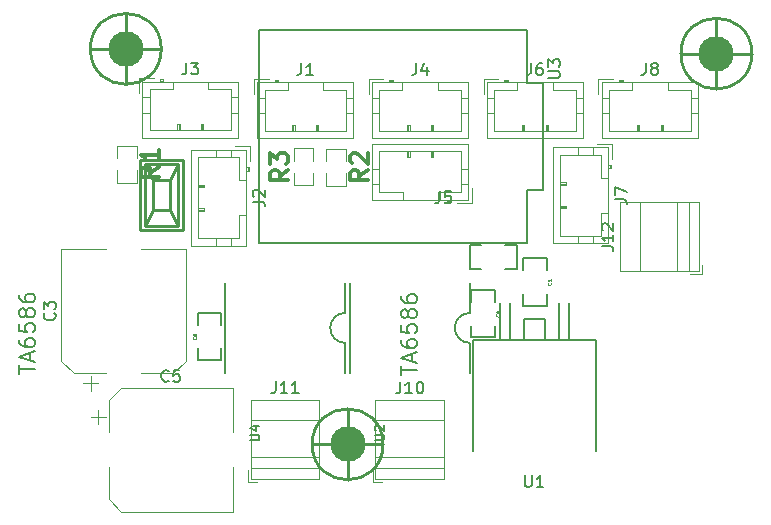
<source format=gbr>
%TF.GenerationSoftware,KiCad,Pcbnew,8.0.3*%
%TF.CreationDate,2025-04-18T12:15:05-03:00*%
%TF.ProjectId,mini,6d696e69-2e6b-4696-9361-645f70636258,rev?*%
%TF.SameCoordinates,Original*%
%TF.FileFunction,Legend,Top*%
%TF.FilePolarity,Positive*%
%FSLAX46Y46*%
G04 Gerber Fmt 4.6, Leading zero omitted, Abs format (unit mm)*
G04 Created by KiCad (PCBNEW 8.0.3) date 2025-04-18 12:15:05*
%MOMM*%
%LPD*%
G01*
G04 APERTURE LIST*
%ADD10C,0.150000*%
%ADD11C,0.300000*%
%ADD12C,0.060960*%
%ADD13C,0.120000*%
%ADD14C,0.099060*%
%ADD15C,0.254000*%
%ADD16C,0.127000*%
%ADD17C,0.152400*%
%ADD18C,3.000000*%
G04 APERTURE END LIST*
D10*
X168474819Y-51924523D02*
X169189104Y-51924523D01*
X169189104Y-51924523D02*
X169331961Y-51972142D01*
X169331961Y-51972142D02*
X169427200Y-52067380D01*
X169427200Y-52067380D02*
X169474819Y-52210237D01*
X169474819Y-52210237D02*
X169474819Y-52305475D01*
X169474819Y-50924523D02*
X169474819Y-51495951D01*
X169474819Y-51210237D02*
X168474819Y-51210237D01*
X168474819Y-51210237D02*
X168617676Y-51305475D01*
X168617676Y-51305475D02*
X168712914Y-51400713D01*
X168712914Y-51400713D02*
X168760533Y-51495951D01*
X168570057Y-50543570D02*
X168522438Y-50495951D01*
X168522438Y-50495951D02*
X168474819Y-50400713D01*
X168474819Y-50400713D02*
X168474819Y-50162618D01*
X168474819Y-50162618D02*
X168522438Y-50067380D01*
X168522438Y-50067380D02*
X168570057Y-50019761D01*
X168570057Y-50019761D02*
X168665295Y-49972142D01*
X168665295Y-49972142D02*
X168760533Y-49972142D01*
X168760533Y-49972142D02*
X168903390Y-50019761D01*
X168903390Y-50019761D02*
X169474819Y-50591189D01*
X169474819Y-50591189D02*
X169474819Y-49972142D01*
X161990595Y-71289819D02*
X161990595Y-72099342D01*
X161990595Y-72099342D02*
X162038214Y-72194580D01*
X162038214Y-72194580D02*
X162085833Y-72242200D01*
X162085833Y-72242200D02*
X162181071Y-72289819D01*
X162181071Y-72289819D02*
X162371547Y-72289819D01*
X162371547Y-72289819D02*
X162466785Y-72242200D01*
X162466785Y-72242200D02*
X162514404Y-72194580D01*
X162514404Y-72194580D02*
X162562023Y-72099342D01*
X162562023Y-72099342D02*
X162562023Y-71289819D01*
X163562023Y-72289819D02*
X162990595Y-72289819D01*
X163276309Y-72289819D02*
X163276309Y-71289819D01*
X163276309Y-71289819D02*
X163181071Y-71432676D01*
X163181071Y-71432676D02*
X163085833Y-71527914D01*
X163085833Y-71527914D02*
X162990595Y-71575533D01*
X122159580Y-57566666D02*
X122207200Y-57614285D01*
X122207200Y-57614285D02*
X122254819Y-57757142D01*
X122254819Y-57757142D02*
X122254819Y-57852380D01*
X122254819Y-57852380D02*
X122207200Y-57995237D01*
X122207200Y-57995237D02*
X122111961Y-58090475D01*
X122111961Y-58090475D02*
X122016723Y-58138094D01*
X122016723Y-58138094D02*
X121826247Y-58185713D01*
X121826247Y-58185713D02*
X121683390Y-58185713D01*
X121683390Y-58185713D02*
X121492914Y-58138094D01*
X121492914Y-58138094D02*
X121397676Y-58090475D01*
X121397676Y-58090475D02*
X121302438Y-57995237D01*
X121302438Y-57995237D02*
X121254819Y-57852380D01*
X121254819Y-57852380D02*
X121254819Y-57757142D01*
X121254819Y-57757142D02*
X121302438Y-57614285D01*
X121302438Y-57614285D02*
X121350057Y-57566666D01*
X121254819Y-57233332D02*
X121254819Y-56614285D01*
X121254819Y-56614285D02*
X121635771Y-56947618D01*
X121635771Y-56947618D02*
X121635771Y-56804761D01*
X121635771Y-56804761D02*
X121683390Y-56709523D01*
X121683390Y-56709523D02*
X121731009Y-56661904D01*
X121731009Y-56661904D02*
X121826247Y-56614285D01*
X121826247Y-56614285D02*
X122064342Y-56614285D01*
X122064342Y-56614285D02*
X122159580Y-56661904D01*
X122159580Y-56661904D02*
X122207200Y-56709523D01*
X122207200Y-56709523D02*
X122254819Y-56804761D01*
X122254819Y-56804761D02*
X122254819Y-57090475D01*
X122254819Y-57090475D02*
X122207200Y-57185713D01*
X122207200Y-57185713D02*
X122159580Y-57233332D01*
X152786666Y-36404819D02*
X152786666Y-37119104D01*
X152786666Y-37119104D02*
X152739047Y-37261961D01*
X152739047Y-37261961D02*
X152643809Y-37357200D01*
X152643809Y-37357200D02*
X152500952Y-37404819D01*
X152500952Y-37404819D02*
X152405714Y-37404819D01*
X153691428Y-36738152D02*
X153691428Y-37404819D01*
X153453333Y-36357200D02*
X153215238Y-37071485D01*
X153215238Y-37071485D02*
X153834285Y-37071485D01*
D11*
X141928298Y-45449999D02*
X141214012Y-45949999D01*
X141928298Y-46307142D02*
X140428298Y-46307142D01*
X140428298Y-46307142D02*
X140428298Y-45735713D01*
X140428298Y-45735713D02*
X140499727Y-45592856D01*
X140499727Y-45592856D02*
X140571155Y-45521427D01*
X140571155Y-45521427D02*
X140714012Y-45449999D01*
X140714012Y-45449999D02*
X140928298Y-45449999D01*
X140928298Y-45449999D02*
X141071155Y-45521427D01*
X141071155Y-45521427D02*
X141142584Y-45592856D01*
X141142584Y-45592856D02*
X141214012Y-45735713D01*
X141214012Y-45735713D02*
X141214012Y-46307142D01*
X140428298Y-44949999D02*
X140428298Y-44021427D01*
X140428298Y-44021427D02*
X140999727Y-44521427D01*
X140999727Y-44521427D02*
X140999727Y-44307142D01*
X140999727Y-44307142D02*
X141071155Y-44164285D01*
X141071155Y-44164285D02*
X141142584Y-44092856D01*
X141142584Y-44092856D02*
X141285441Y-44021427D01*
X141285441Y-44021427D02*
X141642584Y-44021427D01*
X141642584Y-44021427D02*
X141785441Y-44092856D01*
X141785441Y-44092856D02*
X141856870Y-44164285D01*
X141856870Y-44164285D02*
X141928298Y-44307142D01*
X141928298Y-44307142D02*
X141928298Y-44735713D01*
X141928298Y-44735713D02*
X141856870Y-44878570D01*
X141856870Y-44878570D02*
X141785441Y-44949999D01*
D10*
X138954819Y-48133333D02*
X139669104Y-48133333D01*
X139669104Y-48133333D02*
X139811961Y-48180952D01*
X139811961Y-48180952D02*
X139907200Y-48276190D01*
X139907200Y-48276190D02*
X139954819Y-48419047D01*
X139954819Y-48419047D02*
X139954819Y-48514285D01*
X139050057Y-47704761D02*
X139002438Y-47657142D01*
X139002438Y-47657142D02*
X138954819Y-47561904D01*
X138954819Y-47561904D02*
X138954819Y-47323809D01*
X138954819Y-47323809D02*
X139002438Y-47228571D01*
X139002438Y-47228571D02*
X139050057Y-47180952D01*
X139050057Y-47180952D02*
X139145295Y-47133333D01*
X139145295Y-47133333D02*
X139240533Y-47133333D01*
X139240533Y-47133333D02*
X139383390Y-47180952D01*
X139383390Y-47180952D02*
X139954819Y-47752380D01*
X139954819Y-47752380D02*
X139954819Y-47133333D01*
X151430476Y-63361069D02*
X151430476Y-64075354D01*
X151430476Y-64075354D02*
X151382857Y-64218211D01*
X151382857Y-64218211D02*
X151287619Y-64313450D01*
X151287619Y-64313450D02*
X151144762Y-64361069D01*
X151144762Y-64361069D02*
X151049524Y-64361069D01*
X152430476Y-64361069D02*
X151859048Y-64361069D01*
X152144762Y-64361069D02*
X152144762Y-63361069D01*
X152144762Y-63361069D02*
X152049524Y-63503926D01*
X152049524Y-63503926D02*
X151954286Y-63599164D01*
X151954286Y-63599164D02*
X151859048Y-63646783D01*
X153049524Y-63361069D02*
X153144762Y-63361069D01*
X153144762Y-63361069D02*
X153240000Y-63408688D01*
X153240000Y-63408688D02*
X153287619Y-63456307D01*
X153287619Y-63456307D02*
X153335238Y-63551545D01*
X153335238Y-63551545D02*
X153382857Y-63742021D01*
X153382857Y-63742021D02*
X153382857Y-63980116D01*
X153382857Y-63980116D02*
X153335238Y-64170592D01*
X153335238Y-64170592D02*
X153287619Y-64265830D01*
X153287619Y-64265830D02*
X153240000Y-64313450D01*
X153240000Y-64313450D02*
X153144762Y-64361069D01*
X153144762Y-64361069D02*
X153049524Y-64361069D01*
X153049524Y-64361069D02*
X152954286Y-64313450D01*
X152954286Y-64313450D02*
X152906667Y-64265830D01*
X152906667Y-64265830D02*
X152859048Y-64170592D01*
X152859048Y-64170592D02*
X152811429Y-63980116D01*
X152811429Y-63980116D02*
X152811429Y-63742021D01*
X152811429Y-63742021D02*
X152859048Y-63551545D01*
X152859048Y-63551545D02*
X152906667Y-63456307D01*
X152906667Y-63456307D02*
X152954286Y-63408688D01*
X152954286Y-63408688D02*
X153049524Y-63361069D01*
X162511666Y-36404819D02*
X162511666Y-37119104D01*
X162511666Y-37119104D02*
X162464047Y-37261961D01*
X162464047Y-37261961D02*
X162368809Y-37357200D01*
X162368809Y-37357200D02*
X162225952Y-37404819D01*
X162225952Y-37404819D02*
X162130714Y-37404819D01*
X163416428Y-36404819D02*
X163225952Y-36404819D01*
X163225952Y-36404819D02*
X163130714Y-36452438D01*
X163130714Y-36452438D02*
X163083095Y-36500057D01*
X163083095Y-36500057D02*
X162987857Y-36642914D01*
X162987857Y-36642914D02*
X162940238Y-36833390D01*
X162940238Y-36833390D02*
X162940238Y-37214342D01*
X162940238Y-37214342D02*
X162987857Y-37309580D01*
X162987857Y-37309580D02*
X163035476Y-37357200D01*
X163035476Y-37357200D02*
X163130714Y-37404819D01*
X163130714Y-37404819D02*
X163321190Y-37404819D01*
X163321190Y-37404819D02*
X163416428Y-37357200D01*
X163416428Y-37357200D02*
X163464047Y-37309580D01*
X163464047Y-37309580D02*
X163511666Y-37214342D01*
X163511666Y-37214342D02*
X163511666Y-36976247D01*
X163511666Y-36976247D02*
X163464047Y-36881009D01*
X163464047Y-36881009D02*
X163416428Y-36833390D01*
X163416428Y-36833390D02*
X163321190Y-36785771D01*
X163321190Y-36785771D02*
X163130714Y-36785771D01*
X163130714Y-36785771D02*
X163035476Y-36833390D01*
X163035476Y-36833390D02*
X162987857Y-36881009D01*
X162987857Y-36881009D02*
X162940238Y-36976247D01*
X163952319Y-37666904D02*
X164761842Y-37666904D01*
X164761842Y-37666904D02*
X164857080Y-37619285D01*
X164857080Y-37619285D02*
X164904700Y-37571666D01*
X164904700Y-37571666D02*
X164952319Y-37476428D01*
X164952319Y-37476428D02*
X164952319Y-37285952D01*
X164952319Y-37285952D02*
X164904700Y-37190714D01*
X164904700Y-37190714D02*
X164857080Y-37143095D01*
X164857080Y-37143095D02*
X164761842Y-37095476D01*
X164761842Y-37095476D02*
X163952319Y-37095476D01*
X163952319Y-36714523D02*
X163952319Y-36095476D01*
X163952319Y-36095476D02*
X164333271Y-36428809D01*
X164333271Y-36428809D02*
X164333271Y-36285952D01*
X164333271Y-36285952D02*
X164380890Y-36190714D01*
X164380890Y-36190714D02*
X164428509Y-36143095D01*
X164428509Y-36143095D02*
X164523747Y-36095476D01*
X164523747Y-36095476D02*
X164761842Y-36095476D01*
X164761842Y-36095476D02*
X164857080Y-36143095D01*
X164857080Y-36143095D02*
X164904700Y-36190714D01*
X164904700Y-36190714D02*
X164952319Y-36285952D01*
X164952319Y-36285952D02*
X164952319Y-36571666D01*
X164952319Y-36571666D02*
X164904700Y-36666904D01*
X164904700Y-36666904D02*
X164857080Y-36714523D01*
X154766666Y-47254819D02*
X154766666Y-47969104D01*
X154766666Y-47969104D02*
X154719047Y-48111961D01*
X154719047Y-48111961D02*
X154623809Y-48207200D01*
X154623809Y-48207200D02*
X154480952Y-48254819D01*
X154480952Y-48254819D02*
X154385714Y-48254819D01*
X155719047Y-47254819D02*
X155242857Y-47254819D01*
X155242857Y-47254819D02*
X155195238Y-47731009D01*
X155195238Y-47731009D02*
X155242857Y-47683390D01*
X155242857Y-47683390D02*
X155338095Y-47635771D01*
X155338095Y-47635771D02*
X155576190Y-47635771D01*
X155576190Y-47635771D02*
X155671428Y-47683390D01*
X155671428Y-47683390D02*
X155719047Y-47731009D01*
X155719047Y-47731009D02*
X155766666Y-47826247D01*
X155766666Y-47826247D02*
X155766666Y-48064342D01*
X155766666Y-48064342D02*
X155719047Y-48159580D01*
X155719047Y-48159580D02*
X155671428Y-48207200D01*
X155671428Y-48207200D02*
X155576190Y-48254819D01*
X155576190Y-48254819D02*
X155338095Y-48254819D01*
X155338095Y-48254819D02*
X155242857Y-48207200D01*
X155242857Y-48207200D02*
X155195238Y-48159580D01*
D11*
X148678358Y-45449999D02*
X147964072Y-45949999D01*
X148678358Y-46307142D02*
X147178358Y-46307142D01*
X147178358Y-46307142D02*
X147178358Y-45735713D01*
X147178358Y-45735713D02*
X147249787Y-45592856D01*
X147249787Y-45592856D02*
X147321215Y-45521427D01*
X147321215Y-45521427D02*
X147464072Y-45449999D01*
X147464072Y-45449999D02*
X147678358Y-45449999D01*
X147678358Y-45449999D02*
X147821215Y-45521427D01*
X147821215Y-45521427D02*
X147892644Y-45592856D01*
X147892644Y-45592856D02*
X147964072Y-45735713D01*
X147964072Y-45735713D02*
X147964072Y-46307142D01*
X147321215Y-44878570D02*
X147249787Y-44807142D01*
X147249787Y-44807142D02*
X147178358Y-44664285D01*
X147178358Y-44664285D02*
X147178358Y-44307142D01*
X147178358Y-44307142D02*
X147249787Y-44164285D01*
X147249787Y-44164285D02*
X147321215Y-44092856D01*
X147321215Y-44092856D02*
X147464072Y-44021427D01*
X147464072Y-44021427D02*
X147606930Y-44021427D01*
X147606930Y-44021427D02*
X147821215Y-44092856D01*
X147821215Y-44092856D02*
X148678358Y-44949999D01*
X148678358Y-44949999D02*
X148678358Y-44021427D01*
X130998328Y-45177499D02*
X130284042Y-45677499D01*
X130998328Y-46034642D02*
X129498328Y-46034642D01*
X129498328Y-46034642D02*
X129498328Y-45463213D01*
X129498328Y-45463213D02*
X129569757Y-45320356D01*
X129569757Y-45320356D02*
X129641185Y-45248927D01*
X129641185Y-45248927D02*
X129784042Y-45177499D01*
X129784042Y-45177499D02*
X129998328Y-45177499D01*
X129998328Y-45177499D02*
X130141185Y-45248927D01*
X130141185Y-45248927D02*
X130212614Y-45320356D01*
X130212614Y-45320356D02*
X130284042Y-45463213D01*
X130284042Y-45463213D02*
X130284042Y-46034642D01*
X130998328Y-43748927D02*
X130998328Y-44606070D01*
X130998328Y-44177499D02*
X129498328Y-44177499D01*
X129498328Y-44177499D02*
X129712614Y-44320356D01*
X129712614Y-44320356D02*
X129855471Y-44463213D01*
X129855471Y-44463213D02*
X129926900Y-44606070D01*
D12*
X159816941Y-57679953D02*
X159831214Y-57694225D01*
X159831214Y-57694225D02*
X159845486Y-57737043D01*
X159845486Y-57737043D02*
X159845486Y-57765587D01*
X159845486Y-57765587D02*
X159831214Y-57808404D01*
X159831214Y-57808404D02*
X159802669Y-57836949D01*
X159802669Y-57836949D02*
X159774124Y-57851222D01*
X159774124Y-57851222D02*
X159717034Y-57865494D01*
X159717034Y-57865494D02*
X159674217Y-57865494D01*
X159674217Y-57865494D02*
X159617128Y-57851222D01*
X159617128Y-57851222D02*
X159588583Y-57836949D01*
X159588583Y-57836949D02*
X159560038Y-57808404D01*
X159560038Y-57808404D02*
X159545766Y-57765587D01*
X159545766Y-57765587D02*
X159545766Y-57737043D01*
X159545766Y-57737043D02*
X159560038Y-57694225D01*
X159560038Y-57694225D02*
X159574311Y-57679953D01*
X159645673Y-57423050D02*
X159845486Y-57423050D01*
X159531494Y-57494412D02*
X159745579Y-57565774D01*
X159745579Y-57565774D02*
X159745579Y-57380233D01*
D10*
X138724065Y-68308925D02*
X139361486Y-68308925D01*
X139361486Y-68308925D02*
X139436476Y-68271430D01*
X139436476Y-68271430D02*
X139473972Y-68233934D01*
X139473972Y-68233934D02*
X139511467Y-68158944D01*
X139511467Y-68158944D02*
X139511467Y-68008962D01*
X139511467Y-68008962D02*
X139473972Y-67933972D01*
X139473972Y-67933972D02*
X139436476Y-67896476D01*
X139436476Y-67896476D02*
X139361486Y-67858981D01*
X139361486Y-67858981D02*
X138724065Y-67858981D01*
X138986532Y-67146570D02*
X139511467Y-67146570D01*
X138686570Y-67334047D02*
X139249000Y-67521523D01*
X139249000Y-67521523D02*
X139249000Y-67034084D01*
X119177857Y-62700999D02*
X119177857Y-61946714D01*
X120497857Y-62323856D02*
X119177857Y-62323856D01*
X120120714Y-61569571D02*
X120120714Y-60941000D01*
X120497857Y-61695285D02*
X119177857Y-61255285D01*
X119177857Y-61255285D02*
X120497857Y-60815285D01*
X119177857Y-59809571D02*
X119177857Y-60060999D01*
X119177857Y-60060999D02*
X119240714Y-60186713D01*
X119240714Y-60186713D02*
X119303571Y-60249571D01*
X119303571Y-60249571D02*
X119492142Y-60375285D01*
X119492142Y-60375285D02*
X119743571Y-60438142D01*
X119743571Y-60438142D02*
X120246428Y-60438142D01*
X120246428Y-60438142D02*
X120372142Y-60375285D01*
X120372142Y-60375285D02*
X120435000Y-60312428D01*
X120435000Y-60312428D02*
X120497857Y-60186713D01*
X120497857Y-60186713D02*
X120497857Y-59935285D01*
X120497857Y-59935285D02*
X120435000Y-59809571D01*
X120435000Y-59809571D02*
X120372142Y-59746713D01*
X120372142Y-59746713D02*
X120246428Y-59683856D01*
X120246428Y-59683856D02*
X119932142Y-59683856D01*
X119932142Y-59683856D02*
X119806428Y-59746713D01*
X119806428Y-59746713D02*
X119743571Y-59809571D01*
X119743571Y-59809571D02*
X119680714Y-59935285D01*
X119680714Y-59935285D02*
X119680714Y-60186713D01*
X119680714Y-60186713D02*
X119743571Y-60312428D01*
X119743571Y-60312428D02*
X119806428Y-60375285D01*
X119806428Y-60375285D02*
X119932142Y-60438142D01*
X119177857Y-58489570D02*
X119177857Y-59118142D01*
X119177857Y-59118142D02*
X119806428Y-59180999D01*
X119806428Y-59180999D02*
X119743571Y-59118142D01*
X119743571Y-59118142D02*
X119680714Y-58992428D01*
X119680714Y-58992428D02*
X119680714Y-58678142D01*
X119680714Y-58678142D02*
X119743571Y-58552428D01*
X119743571Y-58552428D02*
X119806428Y-58489570D01*
X119806428Y-58489570D02*
X119932142Y-58426713D01*
X119932142Y-58426713D02*
X120246428Y-58426713D01*
X120246428Y-58426713D02*
X120372142Y-58489570D01*
X120372142Y-58489570D02*
X120435000Y-58552428D01*
X120435000Y-58552428D02*
X120497857Y-58678142D01*
X120497857Y-58678142D02*
X120497857Y-58992428D01*
X120497857Y-58992428D02*
X120435000Y-59118142D01*
X120435000Y-59118142D02*
X120372142Y-59180999D01*
X119743571Y-57672427D02*
X119680714Y-57798142D01*
X119680714Y-57798142D02*
X119617857Y-57860999D01*
X119617857Y-57860999D02*
X119492142Y-57923856D01*
X119492142Y-57923856D02*
X119429285Y-57923856D01*
X119429285Y-57923856D02*
X119303571Y-57860999D01*
X119303571Y-57860999D02*
X119240714Y-57798142D01*
X119240714Y-57798142D02*
X119177857Y-57672427D01*
X119177857Y-57672427D02*
X119177857Y-57420999D01*
X119177857Y-57420999D02*
X119240714Y-57295285D01*
X119240714Y-57295285D02*
X119303571Y-57232427D01*
X119303571Y-57232427D02*
X119429285Y-57169570D01*
X119429285Y-57169570D02*
X119492142Y-57169570D01*
X119492142Y-57169570D02*
X119617857Y-57232427D01*
X119617857Y-57232427D02*
X119680714Y-57295285D01*
X119680714Y-57295285D02*
X119743571Y-57420999D01*
X119743571Y-57420999D02*
X119743571Y-57672427D01*
X119743571Y-57672427D02*
X119806428Y-57798142D01*
X119806428Y-57798142D02*
X119869285Y-57860999D01*
X119869285Y-57860999D02*
X119995000Y-57923856D01*
X119995000Y-57923856D02*
X120246428Y-57923856D01*
X120246428Y-57923856D02*
X120372142Y-57860999D01*
X120372142Y-57860999D02*
X120435000Y-57798142D01*
X120435000Y-57798142D02*
X120497857Y-57672427D01*
X120497857Y-57672427D02*
X120497857Y-57420999D01*
X120497857Y-57420999D02*
X120435000Y-57295285D01*
X120435000Y-57295285D02*
X120372142Y-57232427D01*
X120372142Y-57232427D02*
X120246428Y-57169570D01*
X120246428Y-57169570D02*
X119995000Y-57169570D01*
X119995000Y-57169570D02*
X119869285Y-57232427D01*
X119869285Y-57232427D02*
X119806428Y-57295285D01*
X119806428Y-57295285D02*
X119743571Y-57420999D01*
X119177857Y-56038142D02*
X119177857Y-56289570D01*
X119177857Y-56289570D02*
X119240714Y-56415284D01*
X119240714Y-56415284D02*
X119303571Y-56478142D01*
X119303571Y-56478142D02*
X119492142Y-56603856D01*
X119492142Y-56603856D02*
X119743571Y-56666713D01*
X119743571Y-56666713D02*
X120246428Y-56666713D01*
X120246428Y-56666713D02*
X120372142Y-56603856D01*
X120372142Y-56603856D02*
X120435000Y-56540999D01*
X120435000Y-56540999D02*
X120497857Y-56415284D01*
X120497857Y-56415284D02*
X120497857Y-56163856D01*
X120497857Y-56163856D02*
X120435000Y-56038142D01*
X120435000Y-56038142D02*
X120372142Y-55975284D01*
X120372142Y-55975284D02*
X120246428Y-55912427D01*
X120246428Y-55912427D02*
X119932142Y-55912427D01*
X119932142Y-55912427D02*
X119806428Y-55975284D01*
X119806428Y-55975284D02*
X119743571Y-56038142D01*
X119743571Y-56038142D02*
X119680714Y-56163856D01*
X119680714Y-56163856D02*
X119680714Y-56415284D01*
X119680714Y-56415284D02*
X119743571Y-56540999D01*
X119743571Y-56540999D02*
X119806428Y-56603856D01*
X119806428Y-56603856D02*
X119932142Y-56666713D01*
X133336666Y-36354819D02*
X133336666Y-37069104D01*
X133336666Y-37069104D02*
X133289047Y-37211961D01*
X133289047Y-37211961D02*
X133193809Y-37307200D01*
X133193809Y-37307200D02*
X133050952Y-37354819D01*
X133050952Y-37354819D02*
X132955714Y-37354819D01*
X133717619Y-36354819D02*
X134336666Y-36354819D01*
X134336666Y-36354819D02*
X134003333Y-36735771D01*
X134003333Y-36735771D02*
X134146190Y-36735771D01*
X134146190Y-36735771D02*
X134241428Y-36783390D01*
X134241428Y-36783390D02*
X134289047Y-36831009D01*
X134289047Y-36831009D02*
X134336666Y-36926247D01*
X134336666Y-36926247D02*
X134336666Y-37164342D01*
X134336666Y-37164342D02*
X134289047Y-37259580D01*
X134289047Y-37259580D02*
X134241428Y-37307200D01*
X134241428Y-37307200D02*
X134146190Y-37354819D01*
X134146190Y-37354819D02*
X133860476Y-37354819D01*
X133860476Y-37354819D02*
X133765238Y-37307200D01*
X133765238Y-37307200D02*
X133717619Y-37259580D01*
X143061666Y-36404819D02*
X143061666Y-37119104D01*
X143061666Y-37119104D02*
X143014047Y-37261961D01*
X143014047Y-37261961D02*
X142918809Y-37357200D01*
X142918809Y-37357200D02*
X142775952Y-37404819D01*
X142775952Y-37404819D02*
X142680714Y-37404819D01*
X144061666Y-37404819D02*
X143490238Y-37404819D01*
X143775952Y-37404819D02*
X143775952Y-36404819D01*
X143775952Y-36404819D02*
X143680714Y-36547676D01*
X143680714Y-36547676D02*
X143585476Y-36642914D01*
X143585476Y-36642914D02*
X143490238Y-36690533D01*
D12*
X164176941Y-54982453D02*
X164191214Y-54996725D01*
X164191214Y-54996725D02*
X164205486Y-55039543D01*
X164205486Y-55039543D02*
X164205486Y-55068087D01*
X164205486Y-55068087D02*
X164191214Y-55110904D01*
X164191214Y-55110904D02*
X164162669Y-55139449D01*
X164162669Y-55139449D02*
X164134124Y-55153722D01*
X164134124Y-55153722D02*
X164077034Y-55167994D01*
X164077034Y-55167994D02*
X164034217Y-55167994D01*
X164034217Y-55167994D02*
X163977128Y-55153722D01*
X163977128Y-55153722D02*
X163948583Y-55139449D01*
X163948583Y-55139449D02*
X163920038Y-55110904D01*
X163920038Y-55110904D02*
X163905766Y-55068087D01*
X163905766Y-55068087D02*
X163905766Y-55039543D01*
X163905766Y-55039543D02*
X163920038Y-54996725D01*
X163920038Y-54996725D02*
X163934311Y-54982453D01*
X164205486Y-54697005D02*
X164205486Y-54868274D01*
X164205486Y-54782640D02*
X163905766Y-54782640D01*
X163905766Y-54782640D02*
X163948583Y-54811184D01*
X163948583Y-54811184D02*
X163977128Y-54839729D01*
X163977128Y-54839729D02*
X163991400Y-54868274D01*
X134146941Y-59584953D02*
X134161214Y-59599225D01*
X134161214Y-59599225D02*
X134175486Y-59642043D01*
X134175486Y-59642043D02*
X134175486Y-59670587D01*
X134175486Y-59670587D02*
X134161214Y-59713404D01*
X134161214Y-59713404D02*
X134132669Y-59741949D01*
X134132669Y-59741949D02*
X134104124Y-59756222D01*
X134104124Y-59756222D02*
X134047034Y-59770494D01*
X134047034Y-59770494D02*
X134004217Y-59770494D01*
X134004217Y-59770494D02*
X133947128Y-59756222D01*
X133947128Y-59756222D02*
X133918583Y-59741949D01*
X133918583Y-59741949D02*
X133890038Y-59713404D01*
X133890038Y-59713404D02*
X133875766Y-59670587D01*
X133875766Y-59670587D02*
X133875766Y-59642043D01*
X133875766Y-59642043D02*
X133890038Y-59599225D01*
X133890038Y-59599225D02*
X133904311Y-59584953D01*
X133875766Y-59328050D02*
X133875766Y-59385140D01*
X133875766Y-59385140D02*
X133890038Y-59413684D01*
X133890038Y-59413684D02*
X133904311Y-59427957D01*
X133904311Y-59427957D02*
X133947128Y-59456502D01*
X133947128Y-59456502D02*
X134004217Y-59470774D01*
X134004217Y-59470774D02*
X134118396Y-59470774D01*
X134118396Y-59470774D02*
X134146941Y-59456502D01*
X134146941Y-59456502D02*
X134161214Y-59442229D01*
X134161214Y-59442229D02*
X134175486Y-59413684D01*
X134175486Y-59413684D02*
X134175486Y-59356595D01*
X134175486Y-59356595D02*
X134161214Y-59328050D01*
X134161214Y-59328050D02*
X134146941Y-59313778D01*
X134146941Y-59313778D02*
X134118396Y-59299505D01*
X134118396Y-59299505D02*
X134047034Y-59299505D01*
X134047034Y-59299505D02*
X134018490Y-59313778D01*
X134018490Y-59313778D02*
X134004217Y-59328050D01*
X134004217Y-59328050D02*
X133989945Y-59356595D01*
X133989945Y-59356595D02*
X133989945Y-59413684D01*
X133989945Y-59413684D02*
X134004217Y-59442229D01*
X134004217Y-59442229D02*
X134018490Y-59456502D01*
X134018490Y-59456502D02*
X134047034Y-59470774D01*
D10*
X169604819Y-47933333D02*
X170319104Y-47933333D01*
X170319104Y-47933333D02*
X170461961Y-47980952D01*
X170461961Y-47980952D02*
X170557200Y-48076190D01*
X170557200Y-48076190D02*
X170604819Y-48219047D01*
X170604819Y-48219047D02*
X170604819Y-48314285D01*
X169604819Y-47552380D02*
X169604819Y-46885714D01*
X169604819Y-46885714D02*
X170604819Y-47314285D01*
X172236666Y-36404819D02*
X172236666Y-37119104D01*
X172236666Y-37119104D02*
X172189047Y-37261961D01*
X172189047Y-37261961D02*
X172093809Y-37357200D01*
X172093809Y-37357200D02*
X171950952Y-37404819D01*
X171950952Y-37404819D02*
X171855714Y-37404819D01*
X172855714Y-36833390D02*
X172760476Y-36785771D01*
X172760476Y-36785771D02*
X172712857Y-36738152D01*
X172712857Y-36738152D02*
X172665238Y-36642914D01*
X172665238Y-36642914D02*
X172665238Y-36595295D01*
X172665238Y-36595295D02*
X172712857Y-36500057D01*
X172712857Y-36500057D02*
X172760476Y-36452438D01*
X172760476Y-36452438D02*
X172855714Y-36404819D01*
X172855714Y-36404819D02*
X173046190Y-36404819D01*
X173046190Y-36404819D02*
X173141428Y-36452438D01*
X173141428Y-36452438D02*
X173189047Y-36500057D01*
X173189047Y-36500057D02*
X173236666Y-36595295D01*
X173236666Y-36595295D02*
X173236666Y-36642914D01*
X173236666Y-36642914D02*
X173189047Y-36738152D01*
X173189047Y-36738152D02*
X173141428Y-36785771D01*
X173141428Y-36785771D02*
X173046190Y-36833390D01*
X173046190Y-36833390D02*
X172855714Y-36833390D01*
X172855714Y-36833390D02*
X172760476Y-36881009D01*
X172760476Y-36881009D02*
X172712857Y-36928628D01*
X172712857Y-36928628D02*
X172665238Y-37023866D01*
X172665238Y-37023866D02*
X172665238Y-37214342D01*
X172665238Y-37214342D02*
X172712857Y-37309580D01*
X172712857Y-37309580D02*
X172760476Y-37357200D01*
X172760476Y-37357200D02*
X172855714Y-37404819D01*
X172855714Y-37404819D02*
X173046190Y-37404819D01*
X173046190Y-37404819D02*
X173141428Y-37357200D01*
X173141428Y-37357200D02*
X173189047Y-37309580D01*
X173189047Y-37309580D02*
X173236666Y-37214342D01*
X173236666Y-37214342D02*
X173236666Y-37023866D01*
X173236666Y-37023866D02*
X173189047Y-36928628D01*
X173189047Y-36928628D02*
X173141428Y-36881009D01*
X173141428Y-36881009D02*
X173046190Y-36833390D01*
X140875476Y-63354819D02*
X140875476Y-64069104D01*
X140875476Y-64069104D02*
X140827857Y-64211961D01*
X140827857Y-64211961D02*
X140732619Y-64307200D01*
X140732619Y-64307200D02*
X140589762Y-64354819D01*
X140589762Y-64354819D02*
X140494524Y-64354819D01*
X141875476Y-64354819D02*
X141304048Y-64354819D01*
X141589762Y-64354819D02*
X141589762Y-63354819D01*
X141589762Y-63354819D02*
X141494524Y-63497676D01*
X141494524Y-63497676D02*
X141399286Y-63592914D01*
X141399286Y-63592914D02*
X141304048Y-63640533D01*
X142827857Y-64354819D02*
X142256429Y-64354819D01*
X142542143Y-64354819D02*
X142542143Y-63354819D01*
X142542143Y-63354819D02*
X142446905Y-63497676D01*
X142446905Y-63497676D02*
X142351667Y-63592914D01*
X142351667Y-63592914D02*
X142256429Y-63640533D01*
X131833333Y-63289580D02*
X131785714Y-63337200D01*
X131785714Y-63337200D02*
X131642857Y-63384819D01*
X131642857Y-63384819D02*
X131547619Y-63384819D01*
X131547619Y-63384819D02*
X131404762Y-63337200D01*
X131404762Y-63337200D02*
X131309524Y-63241961D01*
X131309524Y-63241961D02*
X131261905Y-63146723D01*
X131261905Y-63146723D02*
X131214286Y-62956247D01*
X131214286Y-62956247D02*
X131214286Y-62813390D01*
X131214286Y-62813390D02*
X131261905Y-62622914D01*
X131261905Y-62622914D02*
X131309524Y-62527676D01*
X131309524Y-62527676D02*
X131404762Y-62432438D01*
X131404762Y-62432438D02*
X131547619Y-62384819D01*
X131547619Y-62384819D02*
X131642857Y-62384819D01*
X131642857Y-62384819D02*
X131785714Y-62432438D01*
X131785714Y-62432438D02*
X131833333Y-62480057D01*
X132738095Y-62384819D02*
X132261905Y-62384819D01*
X132261905Y-62384819D02*
X132214286Y-62861009D01*
X132214286Y-62861009D02*
X132261905Y-62813390D01*
X132261905Y-62813390D02*
X132357143Y-62765771D01*
X132357143Y-62765771D02*
X132595238Y-62765771D01*
X132595238Y-62765771D02*
X132690476Y-62813390D01*
X132690476Y-62813390D02*
X132738095Y-62861009D01*
X132738095Y-62861009D02*
X132785714Y-62956247D01*
X132785714Y-62956247D02*
X132785714Y-63194342D01*
X132785714Y-63194342D02*
X132738095Y-63289580D01*
X132738095Y-63289580D02*
X132690476Y-63337200D01*
X132690476Y-63337200D02*
X132595238Y-63384819D01*
X132595238Y-63384819D02*
X132357143Y-63384819D01*
X132357143Y-63384819D02*
X132261905Y-63337200D01*
X132261905Y-63337200D02*
X132214286Y-63289580D01*
X149269065Y-68308925D02*
X149906486Y-68308925D01*
X149906486Y-68308925D02*
X149981476Y-68271430D01*
X149981476Y-68271430D02*
X150018972Y-68233934D01*
X150018972Y-68233934D02*
X150056467Y-68158944D01*
X150056467Y-68158944D02*
X150056467Y-68008962D01*
X150056467Y-68008962D02*
X150018972Y-67933972D01*
X150018972Y-67933972D02*
X149981476Y-67896476D01*
X149981476Y-67896476D02*
X149906486Y-67858981D01*
X149906486Y-67858981D02*
X149269065Y-67858981D01*
X149344056Y-67521523D02*
X149306560Y-67484028D01*
X149306560Y-67484028D02*
X149269065Y-67409037D01*
X149269065Y-67409037D02*
X149269065Y-67221561D01*
X149269065Y-67221561D02*
X149306560Y-67146570D01*
X149306560Y-67146570D02*
X149344056Y-67109075D01*
X149344056Y-67109075D02*
X149419046Y-67071579D01*
X149419046Y-67071579D02*
X149494037Y-67071579D01*
X149494037Y-67071579D02*
X149606523Y-67109075D01*
X149606523Y-67109075D02*
X150056467Y-67559019D01*
X150056467Y-67559019D02*
X150056467Y-67071579D01*
X151522857Y-62778999D02*
X151522857Y-62024714D01*
X152842857Y-62401856D02*
X151522857Y-62401856D01*
X152465714Y-61647571D02*
X152465714Y-61019000D01*
X152842857Y-61773285D02*
X151522857Y-61333285D01*
X151522857Y-61333285D02*
X152842857Y-60893285D01*
X151522857Y-59887571D02*
X151522857Y-60138999D01*
X151522857Y-60138999D02*
X151585714Y-60264713D01*
X151585714Y-60264713D02*
X151648571Y-60327571D01*
X151648571Y-60327571D02*
X151837142Y-60453285D01*
X151837142Y-60453285D02*
X152088571Y-60516142D01*
X152088571Y-60516142D02*
X152591428Y-60516142D01*
X152591428Y-60516142D02*
X152717142Y-60453285D01*
X152717142Y-60453285D02*
X152780000Y-60390428D01*
X152780000Y-60390428D02*
X152842857Y-60264713D01*
X152842857Y-60264713D02*
X152842857Y-60013285D01*
X152842857Y-60013285D02*
X152780000Y-59887571D01*
X152780000Y-59887571D02*
X152717142Y-59824713D01*
X152717142Y-59824713D02*
X152591428Y-59761856D01*
X152591428Y-59761856D02*
X152277142Y-59761856D01*
X152277142Y-59761856D02*
X152151428Y-59824713D01*
X152151428Y-59824713D02*
X152088571Y-59887571D01*
X152088571Y-59887571D02*
X152025714Y-60013285D01*
X152025714Y-60013285D02*
X152025714Y-60264713D01*
X152025714Y-60264713D02*
X152088571Y-60390428D01*
X152088571Y-60390428D02*
X152151428Y-60453285D01*
X152151428Y-60453285D02*
X152277142Y-60516142D01*
X151522857Y-58567570D02*
X151522857Y-59196142D01*
X151522857Y-59196142D02*
X152151428Y-59258999D01*
X152151428Y-59258999D02*
X152088571Y-59196142D01*
X152088571Y-59196142D02*
X152025714Y-59070428D01*
X152025714Y-59070428D02*
X152025714Y-58756142D01*
X152025714Y-58756142D02*
X152088571Y-58630428D01*
X152088571Y-58630428D02*
X152151428Y-58567570D01*
X152151428Y-58567570D02*
X152277142Y-58504713D01*
X152277142Y-58504713D02*
X152591428Y-58504713D01*
X152591428Y-58504713D02*
X152717142Y-58567570D01*
X152717142Y-58567570D02*
X152780000Y-58630428D01*
X152780000Y-58630428D02*
X152842857Y-58756142D01*
X152842857Y-58756142D02*
X152842857Y-59070428D01*
X152842857Y-59070428D02*
X152780000Y-59196142D01*
X152780000Y-59196142D02*
X152717142Y-59258999D01*
X152088571Y-57750427D02*
X152025714Y-57876142D01*
X152025714Y-57876142D02*
X151962857Y-57938999D01*
X151962857Y-57938999D02*
X151837142Y-58001856D01*
X151837142Y-58001856D02*
X151774285Y-58001856D01*
X151774285Y-58001856D02*
X151648571Y-57938999D01*
X151648571Y-57938999D02*
X151585714Y-57876142D01*
X151585714Y-57876142D02*
X151522857Y-57750427D01*
X151522857Y-57750427D02*
X151522857Y-57498999D01*
X151522857Y-57498999D02*
X151585714Y-57373285D01*
X151585714Y-57373285D02*
X151648571Y-57310427D01*
X151648571Y-57310427D02*
X151774285Y-57247570D01*
X151774285Y-57247570D02*
X151837142Y-57247570D01*
X151837142Y-57247570D02*
X151962857Y-57310427D01*
X151962857Y-57310427D02*
X152025714Y-57373285D01*
X152025714Y-57373285D02*
X152088571Y-57498999D01*
X152088571Y-57498999D02*
X152088571Y-57750427D01*
X152088571Y-57750427D02*
X152151428Y-57876142D01*
X152151428Y-57876142D02*
X152214285Y-57938999D01*
X152214285Y-57938999D02*
X152340000Y-58001856D01*
X152340000Y-58001856D02*
X152591428Y-58001856D01*
X152591428Y-58001856D02*
X152717142Y-57938999D01*
X152717142Y-57938999D02*
X152780000Y-57876142D01*
X152780000Y-57876142D02*
X152842857Y-57750427D01*
X152842857Y-57750427D02*
X152842857Y-57498999D01*
X152842857Y-57498999D02*
X152780000Y-57373285D01*
X152780000Y-57373285D02*
X152717142Y-57310427D01*
X152717142Y-57310427D02*
X152591428Y-57247570D01*
X152591428Y-57247570D02*
X152340000Y-57247570D01*
X152340000Y-57247570D02*
X152214285Y-57310427D01*
X152214285Y-57310427D02*
X152151428Y-57373285D01*
X152151428Y-57373285D02*
X152088571Y-57498999D01*
X151522857Y-56116142D02*
X151522857Y-56367570D01*
X151522857Y-56367570D02*
X151585714Y-56493284D01*
X151585714Y-56493284D02*
X151648571Y-56556142D01*
X151648571Y-56556142D02*
X151837142Y-56681856D01*
X151837142Y-56681856D02*
X152088571Y-56744713D01*
X152088571Y-56744713D02*
X152591428Y-56744713D01*
X152591428Y-56744713D02*
X152717142Y-56681856D01*
X152717142Y-56681856D02*
X152780000Y-56618999D01*
X152780000Y-56618999D02*
X152842857Y-56493284D01*
X152842857Y-56493284D02*
X152842857Y-56241856D01*
X152842857Y-56241856D02*
X152780000Y-56116142D01*
X152780000Y-56116142D02*
X152717142Y-56053284D01*
X152717142Y-56053284D02*
X152591428Y-55990427D01*
X152591428Y-55990427D02*
X152277142Y-55990427D01*
X152277142Y-55990427D02*
X152151428Y-56053284D01*
X152151428Y-56053284D02*
X152088571Y-56116142D01*
X152088571Y-56116142D02*
X152025714Y-56241856D01*
X152025714Y-56241856D02*
X152025714Y-56493284D01*
X152025714Y-56493284D02*
X152088571Y-56618999D01*
X152088571Y-56618999D02*
X152151428Y-56681856D01*
X152151428Y-56681856D02*
X152277142Y-56744713D01*
D13*
%TO.C,J12*%
X170020000Y-48205000D02*
X176760000Y-48205000D01*
X170020000Y-54025000D02*
X170020000Y-48205000D01*
X170020000Y-54025000D02*
X176760000Y-54025000D01*
X171739000Y-54025000D02*
X171739000Y-48205000D01*
X174840000Y-54025000D02*
X174840000Y-48205000D01*
X175840000Y-54025000D02*
X175840000Y-48205000D01*
X175960000Y-54265000D02*
X177000000Y-54265000D01*
X176760000Y-54025000D02*
X176760000Y-48205000D01*
X177000000Y-54265000D02*
X177000000Y-53465000D01*
D10*
%TO.C,U1*%
X157600000Y-59860000D02*
X157600000Y-69210000D01*
X159900000Y-59835000D02*
X159900000Y-56735000D01*
X160700000Y-56735000D02*
X160700000Y-59835000D01*
X161950000Y-58110000D02*
X161950000Y-59835000D01*
X163650000Y-58110000D02*
X161950000Y-58110000D01*
X163650000Y-59785000D02*
X163650000Y-58110000D01*
X164900000Y-56735000D02*
X164900000Y-59835000D01*
X165700000Y-56735000D02*
X165700000Y-59835000D01*
X168000000Y-59860000D02*
X157600000Y-59860000D01*
X168000000Y-69210000D02*
X168000000Y-59860000D01*
D13*
%TO.C,C3*%
X122740000Y-52140000D02*
X126490000Y-52140000D01*
X122740000Y-61595563D02*
X122740000Y-52140000D01*
X123804437Y-62660000D02*
X122740000Y-61595563D01*
X123804437Y-62660000D02*
X126490000Y-62660000D01*
X124615000Y-63525000D02*
X125865000Y-63525000D01*
X125240000Y-64150000D02*
X125240000Y-62900000D01*
X132195563Y-62660000D02*
X129510000Y-62660000D01*
X132195563Y-62660000D02*
X133260000Y-61595563D01*
X133260000Y-52140000D02*
X129510000Y-52140000D01*
X133260000Y-61595563D02*
X133260000Y-52140000D01*
%TO.C,J4*%
X148760000Y-37740000D02*
X148760000Y-38990000D01*
X149060000Y-38040000D02*
X149060000Y-42760000D01*
X149060000Y-39350000D02*
X149670000Y-39350000D01*
X149060000Y-40650000D02*
X149670000Y-40650000D01*
X149060000Y-42760000D02*
X157180000Y-42760000D01*
X149670000Y-38650000D02*
X149670000Y-42150000D01*
X149670000Y-42150000D02*
X156570000Y-42150000D01*
X150010000Y-37740000D02*
X148760000Y-37740000D01*
X150520000Y-37840000D02*
X150520000Y-38040000D01*
X150820000Y-37840000D02*
X150520000Y-37840000D01*
X150820000Y-37940000D02*
X150520000Y-37940000D01*
X150820000Y-38040000D02*
X150820000Y-37840000D01*
X151620000Y-38040000D02*
X151620000Y-38650000D01*
X151620000Y-38650000D02*
X149670000Y-38650000D01*
X152020000Y-41650000D02*
X152220000Y-41650000D01*
X152020000Y-42150000D02*
X152020000Y-41650000D01*
X152120000Y-42150000D02*
X152120000Y-41650000D01*
X152220000Y-41650000D02*
X152220000Y-42150000D01*
X154020000Y-41650000D02*
X154220000Y-41650000D01*
X154020000Y-42150000D02*
X154020000Y-41650000D01*
X154120000Y-42150000D02*
X154120000Y-41650000D01*
X154220000Y-41650000D02*
X154220000Y-42150000D01*
X154620000Y-38650000D02*
X154620000Y-38040000D01*
X156570000Y-38650000D02*
X154620000Y-38650000D01*
X156570000Y-42150000D02*
X156570000Y-38650000D01*
X157180000Y-38040000D02*
X149060000Y-38040000D01*
X157180000Y-39350000D02*
X156570000Y-39350000D01*
X157180000Y-40650000D02*
X156570000Y-40650000D01*
X157180000Y-42760000D02*
X157180000Y-38040000D01*
D14*
%TO.C,R3*%
X142424470Y-43612500D02*
X144075470Y-43612500D01*
X142424470Y-44692000D02*
X142424470Y-43612500D01*
X142424470Y-46724000D02*
X142424470Y-45708000D01*
X144075470Y-43612500D02*
X144075470Y-44692000D01*
X144075470Y-45708000D02*
X144075470Y-46724000D01*
X144075470Y-46724000D02*
X142424470Y-46724000D01*
D13*
%TO.C,J2*%
X133690000Y-43740000D02*
X133690000Y-51860000D01*
X133690000Y-51860000D02*
X138410000Y-51860000D01*
X134300000Y-44350000D02*
X134300000Y-51250000D01*
X134300000Y-46700000D02*
X134800000Y-46700000D01*
X134300000Y-46800000D02*
X134800000Y-46800000D01*
X134300000Y-48700000D02*
X134800000Y-48700000D01*
X134300000Y-48800000D02*
X134800000Y-48800000D01*
X134300000Y-51250000D02*
X137800000Y-51250000D01*
X134800000Y-46700000D02*
X134800000Y-46900000D01*
X134800000Y-46900000D02*
X134300000Y-46900000D01*
X134800000Y-48700000D02*
X134800000Y-48900000D01*
X134800000Y-48900000D02*
X134300000Y-48900000D01*
X135800000Y-43740000D02*
X135800000Y-44350000D01*
X135800000Y-51860000D02*
X135800000Y-51250000D01*
X137100000Y-43740000D02*
X137100000Y-44350000D01*
X137100000Y-51860000D02*
X137100000Y-51250000D01*
X137800000Y-44350000D02*
X134300000Y-44350000D01*
X137800000Y-46300000D02*
X137800000Y-44350000D01*
X137800000Y-49300000D02*
X138410000Y-49300000D01*
X137800000Y-51250000D02*
X137800000Y-49300000D01*
X138410000Y-43740000D02*
X133690000Y-43740000D01*
X138410000Y-45500000D02*
X138610000Y-45500000D01*
X138410000Y-46300000D02*
X137800000Y-46300000D01*
X138410000Y-51860000D02*
X138410000Y-43740000D01*
X138510000Y-45500000D02*
X138510000Y-45200000D01*
X138610000Y-45200000D02*
X138410000Y-45200000D01*
X138610000Y-45500000D02*
X138610000Y-45200000D01*
X138710000Y-43440000D02*
X137460000Y-43440000D01*
X138710000Y-44690000D02*
X138710000Y-43440000D01*
D15*
%TO.C,hole_3mm*%
X143980000Y-68680000D02*
X149980000Y-68680000D01*
X146980000Y-65680000D02*
X146980000Y-71680000D01*
X149980000Y-68680000D02*
G75*
G02*
X143980000Y-68680000I-3000000J0D01*
G01*
X143980000Y-68680000D02*
G75*
G02*
X149980000Y-68680000I3000000J0D01*
G01*
X125200000Y-35200000D02*
X131200000Y-35200000D01*
X128200000Y-32200000D02*
X128200000Y-38200000D01*
X131200000Y-35200000D02*
G75*
G02*
X125200000Y-35200000I-3000000J0D01*
G01*
X125200000Y-35200000D02*
G75*
G02*
X131200000Y-35200000I3000000J0D01*
G01*
D13*
%TO.C,J10*%
X149090000Y-70846250D02*
X149090000Y-71886250D01*
X149090000Y-71886250D02*
X149890000Y-71886250D01*
X149330000Y-64906250D02*
X149330000Y-71646250D01*
X149330000Y-64906250D02*
X155150000Y-64906250D01*
X149330000Y-66625250D02*
X155150000Y-66625250D01*
X149330000Y-69726250D02*
X155150000Y-69726250D01*
X149330000Y-70726250D02*
X155150000Y-70726250D01*
X149330000Y-71646250D02*
X155150000Y-71646250D01*
X155150000Y-64906250D02*
X155150000Y-71646250D01*
%TO.C,J6*%
X158485000Y-37740000D02*
X158485000Y-38990000D01*
X158785000Y-38040000D02*
X158785000Y-42760000D01*
X158785000Y-39350000D02*
X159395000Y-39350000D01*
X158785000Y-40650000D02*
X159395000Y-40650000D01*
X158785000Y-42760000D02*
X166905000Y-42760000D01*
X159395000Y-38650000D02*
X159395000Y-42150000D01*
X159395000Y-42150000D02*
X166295000Y-42150000D01*
X159735000Y-37740000D02*
X158485000Y-37740000D01*
X160245000Y-37840000D02*
X160245000Y-38040000D01*
X160545000Y-37840000D02*
X160245000Y-37840000D01*
X160545000Y-37940000D02*
X160245000Y-37940000D01*
X160545000Y-38040000D02*
X160545000Y-37840000D01*
X161345000Y-38040000D02*
X161345000Y-38650000D01*
X161345000Y-38650000D02*
X159395000Y-38650000D01*
X161745000Y-41650000D02*
X161945000Y-41650000D01*
X161745000Y-42150000D02*
X161745000Y-41650000D01*
X161845000Y-42150000D02*
X161845000Y-41650000D01*
X161945000Y-41650000D02*
X161945000Y-42150000D01*
X163745000Y-41650000D02*
X163945000Y-41650000D01*
X163745000Y-42150000D02*
X163745000Y-41650000D01*
X163845000Y-42150000D02*
X163845000Y-41650000D01*
X163945000Y-41650000D02*
X163945000Y-42150000D01*
X164345000Y-38650000D02*
X164345000Y-38040000D01*
X166295000Y-38650000D02*
X164345000Y-38650000D01*
X166295000Y-42150000D02*
X166295000Y-38650000D01*
X166905000Y-38040000D02*
X158785000Y-38040000D01*
X166905000Y-39350000D02*
X166295000Y-39350000D01*
X166905000Y-40650000D02*
X166295000Y-40650000D01*
X166905000Y-42760000D02*
X166905000Y-38040000D01*
D16*
%TO.C,U3*%
X139495000Y-33620000D02*
X162195000Y-33620000D01*
X139495000Y-51620000D02*
X139495000Y-33620000D01*
X139495000Y-51620000D02*
X162195000Y-51620000D01*
X162195000Y-38120000D02*
X162195000Y-33620000D01*
X162195000Y-51620000D02*
X162195000Y-47120000D01*
X163495000Y-38120000D02*
X162195000Y-38120000D01*
X163495000Y-47120000D02*
X162195000Y-47120000D01*
X163495000Y-47120000D02*
X163495000Y-38120000D01*
D13*
%TO.C,J5*%
X149065000Y-43240000D02*
X149065000Y-47960000D01*
X149065000Y-45350000D02*
X149675000Y-45350000D01*
X149065000Y-46650000D02*
X149675000Y-46650000D01*
X149065000Y-47960000D02*
X157185000Y-47960000D01*
X149675000Y-43850000D02*
X149675000Y-47350000D01*
X149675000Y-47350000D02*
X151625000Y-47350000D01*
X151625000Y-47350000D02*
X151625000Y-47960000D01*
X152025000Y-44350000D02*
X152025000Y-43850000D01*
X152125000Y-43850000D02*
X152125000Y-44350000D01*
X152225000Y-43850000D02*
X152225000Y-44350000D01*
X152225000Y-44350000D02*
X152025000Y-44350000D01*
X154025000Y-44350000D02*
X154025000Y-43850000D01*
X154125000Y-43850000D02*
X154125000Y-44350000D01*
X154225000Y-43850000D02*
X154225000Y-44350000D01*
X154225000Y-44350000D02*
X154025000Y-44350000D01*
X154625000Y-47350000D02*
X156575000Y-47350000D01*
X154625000Y-47960000D02*
X154625000Y-47350000D01*
X155425000Y-47960000D02*
X155425000Y-48160000D01*
X155425000Y-48060000D02*
X155725000Y-48060000D01*
X155425000Y-48160000D02*
X155725000Y-48160000D01*
X155725000Y-48160000D02*
X155725000Y-47960000D01*
X156235000Y-48260000D02*
X157485000Y-48260000D01*
X156575000Y-43850000D02*
X149675000Y-43850000D01*
X156575000Y-47350000D02*
X156575000Y-43850000D01*
X157185000Y-43240000D02*
X149065000Y-43240000D01*
X157185000Y-45350000D02*
X156575000Y-45350000D01*
X157185000Y-46650000D02*
X156575000Y-46650000D01*
X157185000Y-47960000D02*
X157185000Y-43240000D01*
X157485000Y-48260000D02*
X157485000Y-47010000D01*
D15*
%TO.C,SW2*%
X129424140Y-44574440D02*
X133025860Y-44574440D01*
X129424140Y-50573920D02*
X129424140Y-44574440D01*
X129825460Y-44973220D02*
X132624540Y-44973220D01*
X129825460Y-50175140D02*
X129825460Y-44973220D01*
X129825460Y-50175140D02*
X130523960Y-48874660D01*
X130523960Y-46273700D02*
X129825460Y-44973220D01*
X130523960Y-46273700D02*
X131926040Y-46273700D01*
X130523960Y-48874660D02*
X130523960Y-46273700D01*
X131926040Y-46273700D02*
X131926040Y-48874660D01*
X131926040Y-46273700D02*
X132624540Y-44973220D01*
X131926040Y-48874660D02*
X130523960Y-48874660D01*
X131926040Y-48874660D02*
X132624540Y-50175140D01*
X132624540Y-44973220D02*
X132624540Y-50175140D01*
X132624540Y-50175140D02*
X129825460Y-50175140D01*
X133025860Y-44574440D02*
X133025860Y-50573920D01*
X133025860Y-50573920D02*
X129424140Y-50573920D01*
D14*
%TO.C,R2*%
X145174530Y-43676000D02*
X146825530Y-43676000D01*
X145174530Y-44692000D02*
X145174530Y-43676000D01*
X145174530Y-46787500D02*
X145174530Y-45708000D01*
X146825530Y-43676000D02*
X146825530Y-44692000D01*
X146825530Y-45708000D02*
X146825530Y-46787500D01*
X146825530Y-46787500D02*
X145174530Y-46787500D01*
%TO.C,R1*%
X127494500Y-43403500D02*
X129145500Y-43403500D01*
X127494500Y-44419500D02*
X127494500Y-43403500D01*
X127494500Y-46515000D02*
X127494500Y-45435500D01*
X129145500Y-43403500D02*
X129145500Y-44419500D01*
X129145500Y-45435500D02*
X129145500Y-46515000D01*
X129145500Y-46515000D02*
X127494500Y-46515000D01*
D10*
%TO.C,C4*%
X157460000Y-55630000D02*
X157460000Y-56630000D01*
D16*
X157460000Y-59630000D02*
X157460000Y-58630000D01*
D10*
X159460000Y-55630000D02*
X157460000Y-55630000D01*
X159460000Y-56630000D02*
X159460000Y-55630000D01*
D16*
X159460000Y-58630000D02*
X159460000Y-59630000D01*
X159460000Y-59630000D02*
X157460000Y-59630000D01*
D17*
%TO.C,U4*%
X136615000Y-55009000D02*
X136615000Y-62629000D01*
X146775000Y-55009000D02*
X146775000Y-57549000D01*
X146775000Y-60089000D02*
X146775000Y-62629000D01*
X145505000Y-58819000D02*
G75*
G02*
X146775000Y-57549000I1269999J1D01*
G01*
X146775000Y-60089000D02*
G75*
G02*
X145505000Y-58819000I-1J1269999D01*
G01*
D13*
%TO.C,J3*%
X129310000Y-37690000D02*
X129310000Y-38940000D01*
X129610000Y-37990000D02*
X129610000Y-42710000D01*
X129610000Y-39300000D02*
X130220000Y-39300000D01*
X129610000Y-40600000D02*
X130220000Y-40600000D01*
X129610000Y-42710000D02*
X137730000Y-42710000D01*
X130220000Y-38600000D02*
X130220000Y-42100000D01*
X130220000Y-42100000D02*
X137120000Y-42100000D01*
X130560000Y-37690000D02*
X129310000Y-37690000D01*
X131070000Y-37790000D02*
X131070000Y-37990000D01*
X131370000Y-37790000D02*
X131070000Y-37790000D01*
X131370000Y-37890000D02*
X131070000Y-37890000D01*
X131370000Y-37990000D02*
X131370000Y-37790000D01*
X132170000Y-37990000D02*
X132170000Y-38600000D01*
X132170000Y-38600000D02*
X130220000Y-38600000D01*
X132570000Y-41600000D02*
X132770000Y-41600000D01*
X132570000Y-42100000D02*
X132570000Y-41600000D01*
X132670000Y-42100000D02*
X132670000Y-41600000D01*
X132770000Y-41600000D02*
X132770000Y-42100000D01*
X134570000Y-41600000D02*
X134770000Y-41600000D01*
X134570000Y-42100000D02*
X134570000Y-41600000D01*
X134670000Y-42100000D02*
X134670000Y-41600000D01*
X134770000Y-41600000D02*
X134770000Y-42100000D01*
X135170000Y-38600000D02*
X135170000Y-37990000D01*
X137120000Y-38600000D02*
X135170000Y-38600000D01*
X137120000Y-42100000D02*
X137120000Y-38600000D01*
X137730000Y-37990000D02*
X129610000Y-37990000D01*
X137730000Y-39300000D02*
X137120000Y-39300000D01*
X137730000Y-40600000D02*
X137120000Y-40600000D01*
X137730000Y-42710000D02*
X137730000Y-37990000D01*
%TO.C,J1*%
X139035000Y-37740000D02*
X139035000Y-38990000D01*
X139335000Y-38040000D02*
X139335000Y-42760000D01*
X139335000Y-39350000D02*
X139945000Y-39350000D01*
X139335000Y-40650000D02*
X139945000Y-40650000D01*
X139335000Y-42760000D02*
X147455000Y-42760000D01*
X139945000Y-38650000D02*
X139945000Y-42150000D01*
X139945000Y-42150000D02*
X146845000Y-42150000D01*
X140285000Y-37740000D02*
X139035000Y-37740000D01*
X140795000Y-37840000D02*
X140795000Y-38040000D01*
X141095000Y-37840000D02*
X140795000Y-37840000D01*
X141095000Y-37940000D02*
X140795000Y-37940000D01*
X141095000Y-38040000D02*
X141095000Y-37840000D01*
X141895000Y-38040000D02*
X141895000Y-38650000D01*
X141895000Y-38650000D02*
X139945000Y-38650000D01*
X142295000Y-41650000D02*
X142495000Y-41650000D01*
X142295000Y-42150000D02*
X142295000Y-41650000D01*
X142395000Y-42150000D02*
X142395000Y-41650000D01*
X142495000Y-41650000D02*
X142495000Y-42150000D01*
X144295000Y-41650000D02*
X144495000Y-41650000D01*
X144295000Y-42150000D02*
X144295000Y-41650000D01*
X144395000Y-42150000D02*
X144395000Y-41650000D01*
X144495000Y-41650000D02*
X144495000Y-42150000D01*
X144895000Y-38650000D02*
X144895000Y-38040000D01*
X146845000Y-38650000D02*
X144895000Y-38650000D01*
X146845000Y-42150000D02*
X146845000Y-38650000D01*
X147455000Y-38040000D02*
X139335000Y-38040000D01*
X147455000Y-39350000D02*
X146845000Y-39350000D01*
X147455000Y-40650000D02*
X146845000Y-40650000D01*
X147455000Y-42760000D02*
X147455000Y-38040000D01*
D10*
%TO.C,C1*%
X161820000Y-52932500D02*
X161820000Y-53932500D01*
D16*
X161820000Y-56932500D02*
X161820000Y-55932500D01*
D10*
X163820000Y-52932500D02*
X161820000Y-52932500D01*
X163820000Y-53932500D02*
X163820000Y-52932500D01*
D16*
X163820000Y-55932500D02*
X163820000Y-56932500D01*
X163820000Y-56932500D02*
X161820000Y-56932500D01*
%TO.C,C6*%
X134290000Y-57535000D02*
X136290000Y-57535000D01*
X134290000Y-58535000D02*
X134290000Y-57535000D01*
D10*
X134290000Y-60535000D02*
X134290000Y-61535000D01*
X134290000Y-61535000D02*
X136290000Y-61535000D01*
D16*
X136290000Y-57535000D02*
X136290000Y-58535000D01*
D10*
X136290000Y-61535000D02*
X136290000Y-60535000D01*
D13*
%TO.C,J7*%
X164340000Y-43540000D02*
X164340000Y-51660000D01*
X164340000Y-51660000D02*
X169060000Y-51660000D01*
X164950000Y-44150000D02*
X164950000Y-51050000D01*
X164950000Y-46500000D02*
X165450000Y-46500000D01*
X164950000Y-46600000D02*
X165450000Y-46600000D01*
X164950000Y-48500000D02*
X165450000Y-48500000D01*
X164950000Y-48600000D02*
X165450000Y-48600000D01*
X164950000Y-51050000D02*
X168450000Y-51050000D01*
X165450000Y-46500000D02*
X165450000Y-46700000D01*
X165450000Y-46700000D02*
X164950000Y-46700000D01*
X165450000Y-48500000D02*
X165450000Y-48700000D01*
X165450000Y-48700000D02*
X164950000Y-48700000D01*
X166450000Y-43540000D02*
X166450000Y-44150000D01*
X166450000Y-51660000D02*
X166450000Y-51050000D01*
X167750000Y-43540000D02*
X167750000Y-44150000D01*
X167750000Y-51660000D02*
X167750000Y-51050000D01*
X168450000Y-44150000D02*
X164950000Y-44150000D01*
X168450000Y-46100000D02*
X168450000Y-44150000D01*
X168450000Y-49100000D02*
X169060000Y-49100000D01*
X168450000Y-51050000D02*
X168450000Y-49100000D01*
X169060000Y-43540000D02*
X164340000Y-43540000D01*
X169060000Y-45300000D02*
X169260000Y-45300000D01*
X169060000Y-46100000D02*
X168450000Y-46100000D01*
X169060000Y-51660000D02*
X169060000Y-43540000D01*
X169160000Y-45300000D02*
X169160000Y-45000000D01*
X169260000Y-45000000D02*
X169060000Y-45000000D01*
X169260000Y-45300000D02*
X169260000Y-45000000D01*
X169360000Y-43240000D02*
X168110000Y-43240000D01*
X169360000Y-44490000D02*
X169360000Y-43240000D01*
%TO.C,J8*%
X168210000Y-37740000D02*
X168210000Y-38990000D01*
X168510000Y-38040000D02*
X168510000Y-42760000D01*
X168510000Y-39350000D02*
X169120000Y-39350000D01*
X168510000Y-40650000D02*
X169120000Y-40650000D01*
X168510000Y-42760000D02*
X176630000Y-42760000D01*
X169120000Y-38650000D02*
X169120000Y-42150000D01*
X169120000Y-42150000D02*
X176020000Y-42150000D01*
X169460000Y-37740000D02*
X168210000Y-37740000D01*
X169970000Y-37840000D02*
X169970000Y-38040000D01*
X170270000Y-37840000D02*
X169970000Y-37840000D01*
X170270000Y-37940000D02*
X169970000Y-37940000D01*
X170270000Y-38040000D02*
X170270000Y-37840000D01*
X171070000Y-38040000D02*
X171070000Y-38650000D01*
X171070000Y-38650000D02*
X169120000Y-38650000D01*
X171470000Y-41650000D02*
X171670000Y-41650000D01*
X171470000Y-42150000D02*
X171470000Y-41650000D01*
X171570000Y-42150000D02*
X171570000Y-41650000D01*
X171670000Y-41650000D02*
X171670000Y-42150000D01*
X173470000Y-41650000D02*
X173670000Y-41650000D01*
X173470000Y-42150000D02*
X173470000Y-41650000D01*
X173570000Y-42150000D02*
X173570000Y-41650000D01*
X173670000Y-41650000D02*
X173670000Y-42150000D01*
X174070000Y-38650000D02*
X174070000Y-38040000D01*
X176020000Y-38650000D02*
X174070000Y-38650000D01*
X176020000Y-42150000D02*
X176020000Y-38650000D01*
X176630000Y-38040000D02*
X168510000Y-38040000D01*
X176630000Y-39350000D02*
X176020000Y-39350000D01*
X176630000Y-40650000D02*
X176020000Y-40650000D01*
X176630000Y-42760000D02*
X176630000Y-38040000D01*
%TO.C,J11*%
X138535000Y-70840000D02*
X138535000Y-71880000D01*
X138535000Y-71880000D02*
X139335000Y-71880000D01*
X138775000Y-64900000D02*
X138775000Y-71640000D01*
X138775000Y-64900000D02*
X144595000Y-64900000D01*
X138775000Y-66619000D02*
X144595000Y-66619000D01*
X138775000Y-69720000D02*
X144595000Y-69720000D01*
X138775000Y-70720000D02*
X144595000Y-70720000D01*
X138775000Y-71640000D02*
X144595000Y-71640000D01*
X144595000Y-64900000D02*
X144595000Y-71640000D01*
D10*
%TO.C,C2*%
X157307500Y-51810000D02*
X157307500Y-53810000D01*
X157307500Y-53810000D02*
X158307500Y-53810000D01*
X158307500Y-51810000D02*
X157307500Y-51810000D01*
D16*
X160307500Y-51810000D02*
X161307500Y-51810000D01*
X161307500Y-51810000D02*
X161307500Y-53810000D01*
X161307500Y-53810000D02*
X160307500Y-53810000D01*
D13*
%TO.C,C5*%
X125250000Y-66370000D02*
X126500000Y-66370000D01*
X125875000Y-65745000D02*
X125875000Y-66995000D01*
X126740000Y-64934437D02*
X126740000Y-67620000D01*
X126740000Y-64934437D02*
X127804437Y-63870000D01*
X126740000Y-73325563D02*
X126740000Y-70640000D01*
X126740000Y-73325563D02*
X127804437Y-74390000D01*
X127804437Y-63870000D02*
X137260000Y-63870000D01*
X127804437Y-74390000D02*
X137260000Y-74390000D01*
X137260000Y-63870000D02*
X137260000Y-67620000D01*
X137260000Y-74390000D02*
X137260000Y-70640000D01*
D15*
%TO.C,hole_3mm*%
X175200000Y-35600000D02*
X181200000Y-35600000D01*
X178200000Y-32600000D02*
X178200000Y-38600000D01*
X181200000Y-35600000D02*
G75*
G02*
X175200000Y-35600000I-3000000J0D01*
G01*
X175200000Y-35600000D02*
G75*
G02*
X181200000Y-35600000I3000000J0D01*
G01*
D17*
%TO.C,U2*%
X147160000Y-55009000D02*
X147160000Y-62629000D01*
X157320000Y-55009000D02*
X157320000Y-57549000D01*
X157320000Y-60089000D02*
X157320000Y-62629000D01*
X156050000Y-58819000D02*
G75*
G02*
X157320000Y-57549000I1269999J1D01*
G01*
X157320000Y-60089000D02*
G75*
G02*
X156050000Y-58819000I-1J1269999D01*
G01*
%TD*%
D18*
%TO.C,hole_3mm*%
X146980000Y-68680000D03*
%TD*%
%TO.C,hole_3mm*%
X128200000Y-35200000D03*
%TD*%
%TO.C,hole_3mm*%
X178200000Y-35600000D03*
%TD*%
M02*

</source>
